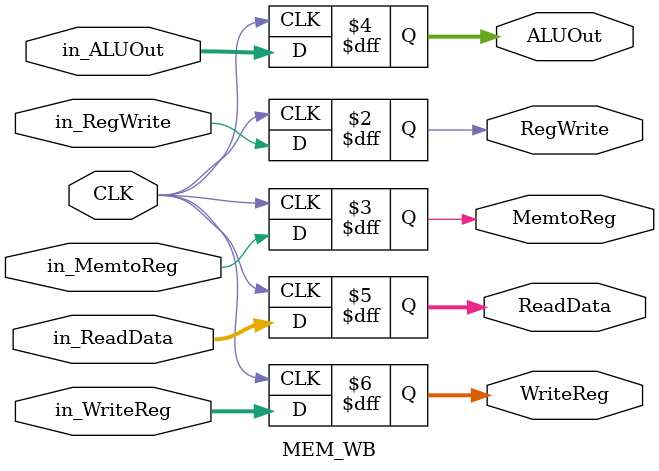
<source format=v>
`timescale 100fs/100fs

module MEM_WB(CLK,in_RegWrite,in_MemtoReg,RegWrite,MemtoReg,in_ALUOut,in_ReadData,
ALUOut,ReadData,in_WriteReg,WriteReg);

// input & output
input CLK;
input in_RegWrite,in_MemtoReg;
output reg RegWrite,MemtoReg;
input [31:0] in_ALUOut,in_ReadData;
output reg [31:0] ALUOut,ReadData;
input [4:0] in_WriteReg;
output reg [4:0] WriteReg;


always @(posedge CLK) begin
    RegWrite    =    in_RegWrite     ;
    MemtoReg    =    in_MemtoReg     ;
    ALUOut      =    in_ALUOut       ;
    ReadData    =    in_ReadData     ;
    WriteReg    =    in_WriteReg     ;
end

endmodule
</source>
